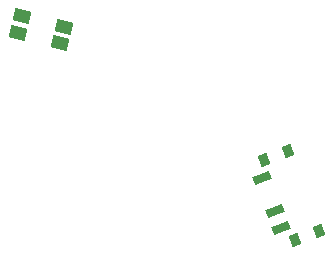
<source format=gbp>
%TF.GenerationSoftware,KiCad,Pcbnew,6.0.2-378541a8eb~116~ubuntu20.04.1*%
%TF.CreationDate,2022-03-20T18:22:01+01:00*%
%TF.ProjectId,Wubbo,57756262-6f2e-46b6-9963-61645f706362,v0.1*%
%TF.SameCoordinates,Original*%
%TF.FileFunction,Paste,Bot*%
%TF.FilePolarity,Positive*%
%FSLAX46Y46*%
G04 Gerber Fmt 4.6, Leading zero omitted, Abs format (unit mm)*
G04 Created by KiCad (PCBNEW 6.0.2-378541a8eb~116~ubuntu20.04.1) date 2022-03-20 18:22:01*
%MOMM*%
%LPD*%
G01*
G04 APERTURE LIST*
G04 Aperture macros list*
%AMRotRect*
0 Rectangle, with rotation*
0 The origin of the aperture is its center*
0 $1 length*
0 $2 width*
0 $3 Rotation angle, in degrees counterclockwise*
0 Add horizontal line*
21,1,$1,$2,0,0,$3*%
G04 Aperture macros list end*
%ADD10RotRect,1.400000X1.050000X346.000000*%
%ADD11RotRect,1.000000X0.800000X291.000000*%
%ADD12RotRect,0.700000X1.500000X291.000000*%
G04 APERTURE END LIST*
D10*
%TO.C,R_TACT2*%
X99762349Y50145167D03*
X96269284Y51016085D03*
X100110716Y51542393D03*
X96617651Y52413311D03*
%TD*%
D11*
%TO.C,SW_POW2*%
X119654850Y33437904D03*
X119101977Y41045035D03*
X117038764Y40253042D03*
X121718063Y34229898D03*
D12*
X116933652Y38713090D03*
X118008756Y35912349D03*
X118546308Y34511978D03*
%TD*%
M02*

</source>
